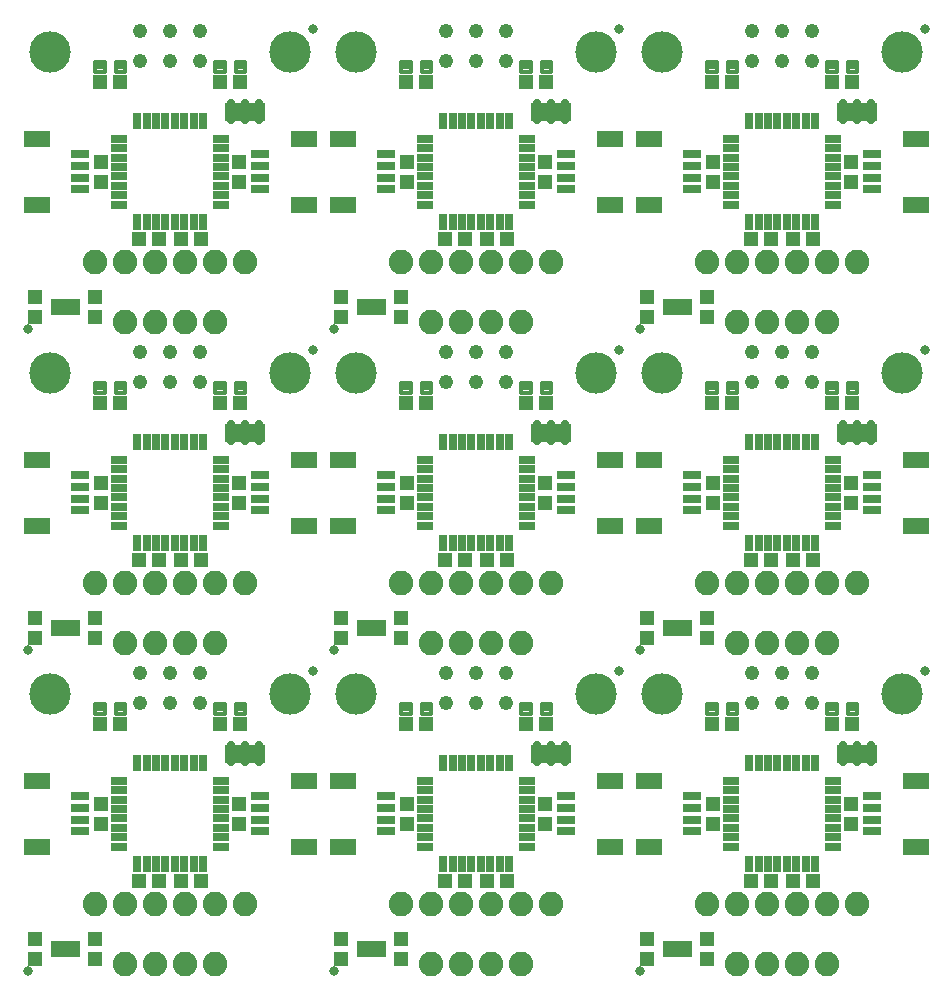
<source format=gts>
G75*
%MOIN*%
%OFA0B0*%
%FSLAX25Y25*%
%IPPOS*%
%LPD*%
%AMOC8*
5,1,8,0,0,1.08239X$1,22.5*
%
%ADD10R,0.05131X0.04737*%
%ADD11R,0.04737X0.05131*%
%ADD12C,0.01421*%
%ADD13C,0.02572*%
%ADD14R,0.13760X0.06040*%
%ADD15C,0.03300*%
%ADD16C,0.08200*%
%ADD17R,0.08674X0.05524*%
%ADD18R,0.06115X0.03162*%
%ADD19R,0.03300X0.05800*%
%ADD20C,0.13800*%
%ADD21C,0.04808*%
%ADD22R,0.05800X0.03000*%
%ADD23R,0.03000X0.05800*%
D10*
X0066154Y0059000D03*
X0072846Y0059000D03*
X0080154Y0059000D03*
X0086846Y0059000D03*
X0093154Y0111500D03*
X0099846Y0111500D03*
X0059846Y0111500D03*
X0053154Y0111500D03*
X0066154Y0166000D03*
X0072846Y0166000D03*
X0080154Y0166000D03*
X0086846Y0166000D03*
X0093154Y0218500D03*
X0099846Y0218500D03*
X0059846Y0218500D03*
X0053154Y0218500D03*
X0066154Y0273000D03*
X0072846Y0273000D03*
X0080154Y0273000D03*
X0086846Y0273000D03*
X0093154Y0325500D03*
X0099846Y0325500D03*
X0059846Y0325500D03*
X0053154Y0325500D03*
X0155154Y0325500D03*
X0161846Y0325500D03*
X0195154Y0325500D03*
X0201846Y0325500D03*
X0257154Y0325500D03*
X0263846Y0325500D03*
X0297154Y0325500D03*
X0303846Y0325500D03*
X0290846Y0273000D03*
X0284154Y0273000D03*
X0276846Y0273000D03*
X0270154Y0273000D03*
X0263846Y0218500D03*
X0257154Y0218500D03*
X0297154Y0218500D03*
X0303846Y0218500D03*
X0290846Y0166000D03*
X0284154Y0166000D03*
X0276846Y0166000D03*
X0270154Y0166000D03*
X0263846Y0111500D03*
X0257154Y0111500D03*
X0297154Y0111500D03*
X0303846Y0111500D03*
X0290846Y0059000D03*
X0284154Y0059000D03*
X0276846Y0059000D03*
X0270154Y0059000D03*
X0201846Y0111500D03*
X0195154Y0111500D03*
X0161846Y0111500D03*
X0155154Y0111500D03*
X0168154Y0059000D03*
X0174846Y0059000D03*
X0182154Y0059000D03*
X0188846Y0059000D03*
X0188846Y0166000D03*
X0182154Y0166000D03*
X0174846Y0166000D03*
X0168154Y0166000D03*
X0161846Y0218500D03*
X0155154Y0218500D03*
X0195154Y0218500D03*
X0201846Y0218500D03*
X0188846Y0273000D03*
X0182154Y0273000D03*
X0174846Y0273000D03*
X0168154Y0273000D03*
D11*
X0155500Y0292154D03*
X0155500Y0298846D03*
X0201500Y0298846D03*
X0201500Y0292154D03*
X0235500Y0253846D03*
X0235500Y0247154D03*
X0255500Y0247154D03*
X0255500Y0253846D03*
X0257500Y0292154D03*
X0257500Y0298846D03*
X0303500Y0298846D03*
X0303500Y0292154D03*
X0303500Y0191846D03*
X0303500Y0185154D03*
X0257500Y0185154D03*
X0257500Y0191846D03*
X0255500Y0146846D03*
X0255500Y0140154D03*
X0235500Y0140154D03*
X0235500Y0146846D03*
X0201500Y0185154D03*
X0201500Y0191846D03*
X0155500Y0191846D03*
X0155500Y0185154D03*
X0153500Y0146846D03*
X0153500Y0140154D03*
X0133500Y0140154D03*
X0133500Y0146846D03*
X0099500Y0185154D03*
X0099500Y0191846D03*
X0053500Y0191846D03*
X0053500Y0185154D03*
X0051500Y0146846D03*
X0051500Y0140154D03*
X0031500Y0140154D03*
X0031500Y0146846D03*
X0053500Y0084846D03*
X0053500Y0078154D03*
X0051500Y0039846D03*
X0051500Y0033154D03*
X0031500Y0033154D03*
X0031500Y0039846D03*
X0099500Y0078154D03*
X0099500Y0084846D03*
X0133500Y0039846D03*
X0133500Y0033154D03*
X0153500Y0033154D03*
X0153500Y0039846D03*
X0155500Y0078154D03*
X0155500Y0084846D03*
X0201500Y0084846D03*
X0201500Y0078154D03*
X0235500Y0039846D03*
X0235500Y0033154D03*
X0255500Y0033154D03*
X0255500Y0039846D03*
X0257500Y0078154D03*
X0257500Y0084846D03*
X0303500Y0084846D03*
X0303500Y0078154D03*
X0153500Y0247154D03*
X0153500Y0253846D03*
X0133500Y0253846D03*
X0133500Y0247154D03*
X0099500Y0292154D03*
X0099500Y0298846D03*
X0053500Y0298846D03*
X0053500Y0292154D03*
X0051500Y0253846D03*
X0051500Y0247154D03*
X0031500Y0247154D03*
X0031500Y0253846D03*
D12*
X0051389Y0225158D02*
X0051389Y0221842D01*
X0051389Y0225158D02*
X0054705Y0225158D01*
X0054705Y0221842D01*
X0051389Y0221842D01*
X0051389Y0223262D02*
X0054705Y0223262D01*
X0054705Y0224682D02*
X0051389Y0224682D01*
X0058295Y0225158D02*
X0058295Y0221842D01*
X0058295Y0225158D02*
X0061611Y0225158D01*
X0061611Y0221842D01*
X0058295Y0221842D01*
X0058295Y0223262D02*
X0061611Y0223262D01*
X0061611Y0224682D02*
X0058295Y0224682D01*
X0094705Y0225158D02*
X0094705Y0221842D01*
X0091389Y0221842D01*
X0091389Y0225158D01*
X0094705Y0225158D01*
X0094705Y0223262D02*
X0091389Y0223262D01*
X0091389Y0224682D02*
X0094705Y0224682D01*
X0101611Y0225158D02*
X0101611Y0221842D01*
X0098295Y0221842D01*
X0098295Y0225158D01*
X0101611Y0225158D01*
X0101611Y0223262D02*
X0098295Y0223262D01*
X0098295Y0224682D02*
X0101611Y0224682D01*
X0153389Y0225158D02*
X0153389Y0221842D01*
X0153389Y0225158D02*
X0156705Y0225158D01*
X0156705Y0221842D01*
X0153389Y0221842D01*
X0153389Y0223262D02*
X0156705Y0223262D01*
X0156705Y0224682D02*
X0153389Y0224682D01*
X0160295Y0225158D02*
X0160295Y0221842D01*
X0160295Y0225158D02*
X0163611Y0225158D01*
X0163611Y0221842D01*
X0160295Y0221842D01*
X0160295Y0223262D02*
X0163611Y0223262D01*
X0163611Y0224682D02*
X0160295Y0224682D01*
X0196705Y0225158D02*
X0196705Y0221842D01*
X0193389Y0221842D01*
X0193389Y0225158D01*
X0196705Y0225158D01*
X0196705Y0223262D02*
X0193389Y0223262D01*
X0193389Y0224682D02*
X0196705Y0224682D01*
X0203611Y0225158D02*
X0203611Y0221842D01*
X0200295Y0221842D01*
X0200295Y0225158D01*
X0203611Y0225158D01*
X0203611Y0223262D02*
X0200295Y0223262D01*
X0200295Y0224682D02*
X0203611Y0224682D01*
X0255389Y0225158D02*
X0255389Y0221842D01*
X0255389Y0225158D02*
X0258705Y0225158D01*
X0258705Y0221842D01*
X0255389Y0221842D01*
X0255389Y0223262D02*
X0258705Y0223262D01*
X0258705Y0224682D02*
X0255389Y0224682D01*
X0262295Y0225158D02*
X0262295Y0221842D01*
X0262295Y0225158D02*
X0265611Y0225158D01*
X0265611Y0221842D01*
X0262295Y0221842D01*
X0262295Y0223262D02*
X0265611Y0223262D01*
X0265611Y0224682D02*
X0262295Y0224682D01*
X0298705Y0225158D02*
X0298705Y0221842D01*
X0295389Y0221842D01*
X0295389Y0225158D01*
X0298705Y0225158D01*
X0298705Y0223262D02*
X0295389Y0223262D01*
X0295389Y0224682D02*
X0298705Y0224682D01*
X0305611Y0225158D02*
X0305611Y0221842D01*
X0302295Y0221842D01*
X0302295Y0225158D01*
X0305611Y0225158D01*
X0305611Y0223262D02*
X0302295Y0223262D01*
X0302295Y0224682D02*
X0305611Y0224682D01*
X0305611Y0328842D02*
X0305611Y0332158D01*
X0305611Y0328842D02*
X0302295Y0328842D01*
X0302295Y0332158D01*
X0305611Y0332158D01*
X0305611Y0330262D02*
X0302295Y0330262D01*
X0302295Y0331682D02*
X0305611Y0331682D01*
X0298705Y0332158D02*
X0298705Y0328842D01*
X0295389Y0328842D01*
X0295389Y0332158D01*
X0298705Y0332158D01*
X0298705Y0330262D02*
X0295389Y0330262D01*
X0295389Y0331682D02*
X0298705Y0331682D01*
X0262295Y0332158D02*
X0262295Y0328842D01*
X0262295Y0332158D02*
X0265611Y0332158D01*
X0265611Y0328842D01*
X0262295Y0328842D01*
X0262295Y0330262D02*
X0265611Y0330262D01*
X0265611Y0331682D02*
X0262295Y0331682D01*
X0255389Y0332158D02*
X0255389Y0328842D01*
X0255389Y0332158D02*
X0258705Y0332158D01*
X0258705Y0328842D01*
X0255389Y0328842D01*
X0255389Y0330262D02*
X0258705Y0330262D01*
X0258705Y0331682D02*
X0255389Y0331682D01*
X0203611Y0332158D02*
X0203611Y0328842D01*
X0200295Y0328842D01*
X0200295Y0332158D01*
X0203611Y0332158D01*
X0203611Y0330262D02*
X0200295Y0330262D01*
X0200295Y0331682D02*
X0203611Y0331682D01*
X0196705Y0332158D02*
X0196705Y0328842D01*
X0193389Y0328842D01*
X0193389Y0332158D01*
X0196705Y0332158D01*
X0196705Y0330262D02*
X0193389Y0330262D01*
X0193389Y0331682D02*
X0196705Y0331682D01*
X0160295Y0332158D02*
X0160295Y0328842D01*
X0160295Y0332158D02*
X0163611Y0332158D01*
X0163611Y0328842D01*
X0160295Y0328842D01*
X0160295Y0330262D02*
X0163611Y0330262D01*
X0163611Y0331682D02*
X0160295Y0331682D01*
X0153389Y0332158D02*
X0153389Y0328842D01*
X0153389Y0332158D02*
X0156705Y0332158D01*
X0156705Y0328842D01*
X0153389Y0328842D01*
X0153389Y0330262D02*
X0156705Y0330262D01*
X0156705Y0331682D02*
X0153389Y0331682D01*
X0101611Y0332158D02*
X0101611Y0328842D01*
X0098295Y0328842D01*
X0098295Y0332158D01*
X0101611Y0332158D01*
X0101611Y0330262D02*
X0098295Y0330262D01*
X0098295Y0331682D02*
X0101611Y0331682D01*
X0094705Y0332158D02*
X0094705Y0328842D01*
X0091389Y0328842D01*
X0091389Y0332158D01*
X0094705Y0332158D01*
X0094705Y0330262D02*
X0091389Y0330262D01*
X0091389Y0331682D02*
X0094705Y0331682D01*
X0058295Y0332158D02*
X0058295Y0328842D01*
X0058295Y0332158D02*
X0061611Y0332158D01*
X0061611Y0328842D01*
X0058295Y0328842D01*
X0058295Y0330262D02*
X0061611Y0330262D01*
X0061611Y0331682D02*
X0058295Y0331682D01*
X0051389Y0332158D02*
X0051389Y0328842D01*
X0051389Y0332158D02*
X0054705Y0332158D01*
X0054705Y0328842D01*
X0051389Y0328842D01*
X0051389Y0330262D02*
X0054705Y0330262D01*
X0054705Y0331682D02*
X0051389Y0331682D01*
X0051389Y0118158D02*
X0051389Y0114842D01*
X0051389Y0118158D02*
X0054705Y0118158D01*
X0054705Y0114842D01*
X0051389Y0114842D01*
X0051389Y0116262D02*
X0054705Y0116262D01*
X0054705Y0117682D02*
X0051389Y0117682D01*
X0058295Y0118158D02*
X0058295Y0114842D01*
X0058295Y0118158D02*
X0061611Y0118158D01*
X0061611Y0114842D01*
X0058295Y0114842D01*
X0058295Y0116262D02*
X0061611Y0116262D01*
X0061611Y0117682D02*
X0058295Y0117682D01*
X0094705Y0118158D02*
X0094705Y0114842D01*
X0091389Y0114842D01*
X0091389Y0118158D01*
X0094705Y0118158D01*
X0094705Y0116262D02*
X0091389Y0116262D01*
X0091389Y0117682D02*
X0094705Y0117682D01*
X0101611Y0118158D02*
X0101611Y0114842D01*
X0098295Y0114842D01*
X0098295Y0118158D01*
X0101611Y0118158D01*
X0101611Y0116262D02*
X0098295Y0116262D01*
X0098295Y0117682D02*
X0101611Y0117682D01*
X0153389Y0118158D02*
X0153389Y0114842D01*
X0153389Y0118158D02*
X0156705Y0118158D01*
X0156705Y0114842D01*
X0153389Y0114842D01*
X0153389Y0116262D02*
X0156705Y0116262D01*
X0156705Y0117682D02*
X0153389Y0117682D01*
X0160295Y0118158D02*
X0160295Y0114842D01*
X0160295Y0118158D02*
X0163611Y0118158D01*
X0163611Y0114842D01*
X0160295Y0114842D01*
X0160295Y0116262D02*
X0163611Y0116262D01*
X0163611Y0117682D02*
X0160295Y0117682D01*
X0196705Y0118158D02*
X0196705Y0114842D01*
X0193389Y0114842D01*
X0193389Y0118158D01*
X0196705Y0118158D01*
X0196705Y0116262D02*
X0193389Y0116262D01*
X0193389Y0117682D02*
X0196705Y0117682D01*
X0203611Y0118158D02*
X0203611Y0114842D01*
X0200295Y0114842D01*
X0200295Y0118158D01*
X0203611Y0118158D01*
X0203611Y0116262D02*
X0200295Y0116262D01*
X0200295Y0117682D02*
X0203611Y0117682D01*
X0255389Y0118158D02*
X0255389Y0114842D01*
X0255389Y0118158D02*
X0258705Y0118158D01*
X0258705Y0114842D01*
X0255389Y0114842D01*
X0255389Y0116262D02*
X0258705Y0116262D01*
X0258705Y0117682D02*
X0255389Y0117682D01*
X0262295Y0118158D02*
X0262295Y0114842D01*
X0262295Y0118158D02*
X0265611Y0118158D01*
X0265611Y0114842D01*
X0262295Y0114842D01*
X0262295Y0116262D02*
X0265611Y0116262D01*
X0265611Y0117682D02*
X0262295Y0117682D01*
X0298705Y0118158D02*
X0298705Y0114842D01*
X0295389Y0114842D01*
X0295389Y0118158D01*
X0298705Y0118158D01*
X0298705Y0116262D02*
X0295389Y0116262D01*
X0295389Y0117682D02*
X0298705Y0117682D01*
X0305611Y0118158D02*
X0305611Y0114842D01*
X0302295Y0114842D01*
X0302295Y0118158D01*
X0305611Y0118158D01*
X0305611Y0116262D02*
X0302295Y0116262D01*
X0302295Y0117682D02*
X0305611Y0117682D01*
D13*
X0305500Y0104364D02*
X0305500Y0098636D01*
X0300776Y0098636D02*
X0300776Y0104364D01*
X0310224Y0104364D02*
X0310224Y0098636D01*
X0208224Y0098636D02*
X0208224Y0104364D01*
X0203500Y0104364D02*
X0203500Y0098636D01*
X0198776Y0098636D02*
X0198776Y0104364D01*
X0106224Y0104364D02*
X0106224Y0098636D01*
X0101500Y0098636D02*
X0101500Y0104364D01*
X0096776Y0104364D02*
X0096776Y0098636D01*
X0096776Y0205636D02*
X0096776Y0211364D01*
X0101500Y0211364D02*
X0101500Y0205636D01*
X0106224Y0205636D02*
X0106224Y0211364D01*
X0198776Y0211364D02*
X0198776Y0205636D01*
X0203500Y0205636D02*
X0203500Y0211364D01*
X0208224Y0211364D02*
X0208224Y0205636D01*
X0300776Y0205636D02*
X0300776Y0211364D01*
X0305500Y0211364D02*
X0305500Y0205636D01*
X0310224Y0205636D02*
X0310224Y0211364D01*
X0310224Y0312636D02*
X0310224Y0318364D01*
X0305500Y0318364D02*
X0305500Y0312636D01*
X0300776Y0312636D02*
X0300776Y0318364D01*
X0208224Y0318364D02*
X0208224Y0312636D01*
X0203500Y0312636D02*
X0203500Y0318364D01*
X0198776Y0318364D02*
X0198776Y0312636D01*
X0106224Y0312636D02*
X0106224Y0318364D01*
X0101500Y0318364D02*
X0101500Y0312636D01*
X0096776Y0312636D02*
X0096776Y0318364D01*
D14*
X0101490Y0315490D03*
X0203490Y0315490D03*
X0305490Y0315490D03*
X0305490Y0208490D03*
X0203490Y0208490D03*
X0101490Y0208490D03*
X0101490Y0101490D03*
X0203490Y0101490D03*
X0305490Y0101490D03*
D15*
X0029000Y0029000D03*
X0131000Y0029000D03*
X0233000Y0029000D03*
X0226000Y0129000D03*
X0233000Y0136000D03*
X0328000Y0129000D03*
X0328000Y0236000D03*
X0233000Y0243000D03*
X0226000Y0236000D03*
X0131000Y0243000D03*
X0124000Y0236000D03*
X0029000Y0243000D03*
X0124000Y0343000D03*
X0226000Y0343000D03*
X0328000Y0343000D03*
X0131000Y0136000D03*
X0124000Y0129000D03*
X0029000Y0136000D03*
D16*
X0051500Y0158500D03*
X0061500Y0158500D03*
X0071500Y0158500D03*
X0081500Y0158500D03*
X0091500Y0158500D03*
X0101500Y0158500D03*
X0091500Y0138500D03*
X0081500Y0138500D03*
X0071500Y0138500D03*
X0061500Y0138500D03*
X0061500Y0051500D03*
X0071500Y0051500D03*
X0081500Y0051500D03*
X0091500Y0051500D03*
X0101500Y0051500D03*
X0091500Y0031500D03*
X0081500Y0031500D03*
X0071500Y0031500D03*
X0061500Y0031500D03*
X0051500Y0051500D03*
X0153500Y0051500D03*
X0163500Y0051500D03*
X0173500Y0051500D03*
X0183500Y0051500D03*
X0193500Y0051500D03*
X0203500Y0051500D03*
X0193500Y0031500D03*
X0183500Y0031500D03*
X0173500Y0031500D03*
X0163500Y0031500D03*
X0255500Y0051500D03*
X0265500Y0051500D03*
X0275500Y0051500D03*
X0285500Y0051500D03*
X0295500Y0051500D03*
X0305500Y0051500D03*
X0295500Y0031500D03*
X0285500Y0031500D03*
X0275500Y0031500D03*
X0265500Y0031500D03*
X0265500Y0138500D03*
X0275500Y0138500D03*
X0285500Y0138500D03*
X0295500Y0138500D03*
X0295500Y0158500D03*
X0305500Y0158500D03*
X0285500Y0158500D03*
X0275500Y0158500D03*
X0265500Y0158500D03*
X0255500Y0158500D03*
X0203500Y0158500D03*
X0193500Y0158500D03*
X0183500Y0158500D03*
X0173500Y0158500D03*
X0163500Y0158500D03*
X0153500Y0158500D03*
X0163500Y0138500D03*
X0173500Y0138500D03*
X0183500Y0138500D03*
X0193500Y0138500D03*
X0193500Y0245500D03*
X0183500Y0245500D03*
X0173500Y0245500D03*
X0163500Y0245500D03*
X0163500Y0265500D03*
X0173500Y0265500D03*
X0183500Y0265500D03*
X0193500Y0265500D03*
X0203500Y0265500D03*
X0153500Y0265500D03*
X0101500Y0265500D03*
X0091500Y0265500D03*
X0081500Y0265500D03*
X0071500Y0265500D03*
X0061500Y0265500D03*
X0051500Y0265500D03*
X0061500Y0245500D03*
X0071500Y0245500D03*
X0081500Y0245500D03*
X0091500Y0245500D03*
X0255500Y0265500D03*
X0265500Y0265500D03*
X0275500Y0265500D03*
X0285500Y0265500D03*
X0295500Y0265500D03*
X0305500Y0265500D03*
X0295500Y0245500D03*
X0285500Y0245500D03*
X0275500Y0245500D03*
X0265500Y0245500D03*
D17*
X0236031Y0284476D03*
X0222969Y0284476D03*
X0222969Y0306524D03*
X0236031Y0306524D03*
X0324969Y0306524D03*
X0324969Y0284476D03*
X0324969Y0199524D03*
X0324969Y0177476D03*
X0324969Y0092524D03*
X0324969Y0070476D03*
X0236031Y0070476D03*
X0222969Y0070476D03*
X0222969Y0092524D03*
X0236031Y0092524D03*
X0236031Y0177476D03*
X0222969Y0177476D03*
X0222969Y0199524D03*
X0236031Y0199524D03*
X0134031Y0199524D03*
X0120969Y0199524D03*
X0120969Y0177476D03*
X0134031Y0177476D03*
X0134031Y0092524D03*
X0120969Y0092524D03*
X0120969Y0070476D03*
X0134031Y0070476D03*
X0032031Y0070476D03*
X0032031Y0092524D03*
X0032031Y0177476D03*
X0032031Y0199524D03*
X0032031Y0284476D03*
X0032031Y0306524D03*
X0120969Y0306524D03*
X0134031Y0306524D03*
X0134031Y0284476D03*
X0120969Y0284476D03*
D18*
X0106500Y0289594D03*
X0106500Y0293531D03*
X0106500Y0297469D03*
X0106500Y0301406D03*
X0148500Y0301406D03*
X0148500Y0297469D03*
X0148500Y0293531D03*
X0148500Y0289594D03*
X0208500Y0289594D03*
X0208500Y0293531D03*
X0208500Y0297469D03*
X0208500Y0301406D03*
X0250500Y0301406D03*
X0250500Y0297469D03*
X0250500Y0293531D03*
X0250500Y0289594D03*
X0310500Y0289594D03*
X0310500Y0293531D03*
X0310500Y0297469D03*
X0310500Y0301406D03*
X0310500Y0194406D03*
X0310500Y0190469D03*
X0310500Y0186531D03*
X0310500Y0182594D03*
X0250500Y0182594D03*
X0250500Y0186531D03*
X0250500Y0190469D03*
X0250500Y0194406D03*
X0208500Y0194406D03*
X0208500Y0190469D03*
X0208500Y0186531D03*
X0208500Y0182594D03*
X0148500Y0182594D03*
X0148500Y0186531D03*
X0148500Y0190469D03*
X0148500Y0194406D03*
X0106500Y0194406D03*
X0106500Y0190469D03*
X0106500Y0186531D03*
X0106500Y0182594D03*
X0046500Y0182594D03*
X0046500Y0186531D03*
X0046500Y0190469D03*
X0046500Y0194406D03*
X0046500Y0289594D03*
X0046500Y0293531D03*
X0046500Y0297469D03*
X0046500Y0301406D03*
X0046500Y0087406D03*
X0046500Y0083469D03*
X0046500Y0079531D03*
X0046500Y0075594D03*
X0106500Y0075594D03*
X0106500Y0079531D03*
X0106500Y0083469D03*
X0106500Y0087406D03*
X0148500Y0087406D03*
X0148500Y0083469D03*
X0148500Y0079531D03*
X0148500Y0075594D03*
X0208500Y0075594D03*
X0208500Y0079531D03*
X0208500Y0083469D03*
X0208500Y0087406D03*
X0250500Y0087406D03*
X0250500Y0083469D03*
X0250500Y0079531D03*
X0250500Y0075594D03*
X0310500Y0075594D03*
X0310500Y0079531D03*
X0310500Y0083469D03*
X0310500Y0087406D03*
D19*
X0248700Y0036500D03*
X0245500Y0036500D03*
X0242300Y0036500D03*
X0146700Y0036500D03*
X0143500Y0036500D03*
X0140300Y0036500D03*
X0044700Y0036500D03*
X0041500Y0036500D03*
X0038300Y0036500D03*
X0038300Y0143500D03*
X0041500Y0143500D03*
X0044700Y0143500D03*
X0140300Y0143500D03*
X0143500Y0143500D03*
X0146700Y0143500D03*
X0242300Y0143500D03*
X0245500Y0143500D03*
X0248700Y0143500D03*
X0248700Y0250500D03*
X0245500Y0250500D03*
X0242300Y0250500D03*
X0146700Y0250500D03*
X0143500Y0250500D03*
X0140300Y0250500D03*
X0044700Y0250500D03*
X0041500Y0250500D03*
X0038300Y0250500D03*
D20*
X0036500Y0228500D03*
X0116500Y0228500D03*
X0138500Y0228500D03*
X0218500Y0228500D03*
X0240500Y0228500D03*
X0320500Y0228500D03*
X0320500Y0335500D03*
X0240500Y0335500D03*
X0218500Y0335500D03*
X0138500Y0335500D03*
X0116500Y0335500D03*
X0036500Y0335500D03*
X0036500Y0121500D03*
X0116500Y0121500D03*
X0138500Y0121500D03*
X0218500Y0121500D03*
X0240500Y0121500D03*
X0320500Y0121500D03*
D21*
X0290500Y0118500D03*
X0290500Y0128500D03*
X0280500Y0128500D03*
X0270500Y0128500D03*
X0270500Y0118500D03*
X0280500Y0118500D03*
X0188500Y0118500D03*
X0188500Y0128500D03*
X0178500Y0128500D03*
X0168500Y0128500D03*
X0168500Y0118500D03*
X0178500Y0118500D03*
X0086500Y0118500D03*
X0086500Y0128500D03*
X0076500Y0128500D03*
X0066500Y0128500D03*
X0066500Y0118500D03*
X0076500Y0118500D03*
X0076500Y0225500D03*
X0076500Y0235500D03*
X0066500Y0235500D03*
X0066500Y0225500D03*
X0086500Y0225500D03*
X0086500Y0235500D03*
X0168500Y0235500D03*
X0168500Y0225500D03*
X0178500Y0225500D03*
X0178500Y0235500D03*
X0188500Y0235500D03*
X0188500Y0225500D03*
X0270500Y0225500D03*
X0270500Y0235500D03*
X0280500Y0235500D03*
X0280500Y0225500D03*
X0290500Y0225500D03*
X0290500Y0235500D03*
X0290500Y0332500D03*
X0290500Y0342500D03*
X0280500Y0342500D03*
X0280500Y0332500D03*
X0270500Y0332500D03*
X0270500Y0342500D03*
X0188500Y0342500D03*
X0188500Y0332500D03*
X0178500Y0332500D03*
X0178500Y0342500D03*
X0168500Y0342500D03*
X0168500Y0332500D03*
X0086500Y0332500D03*
X0086500Y0342500D03*
X0076500Y0342500D03*
X0076500Y0332500D03*
X0066500Y0332500D03*
X0066500Y0342500D03*
D22*
X0059600Y0306524D03*
X0059600Y0303374D03*
X0059600Y0300224D03*
X0059600Y0297075D03*
X0059600Y0293925D03*
X0059600Y0290776D03*
X0059600Y0287626D03*
X0059600Y0284476D03*
X0093400Y0284476D03*
X0093400Y0287626D03*
X0093400Y0290776D03*
X0093400Y0293925D03*
X0093400Y0297075D03*
X0093400Y0300224D03*
X0093400Y0303374D03*
X0093400Y0306524D03*
X0161600Y0306524D03*
X0161600Y0303374D03*
X0161600Y0300224D03*
X0161600Y0297075D03*
X0161600Y0293925D03*
X0161600Y0290776D03*
X0161600Y0287626D03*
X0161600Y0284476D03*
X0195400Y0284476D03*
X0195400Y0287626D03*
X0195400Y0290776D03*
X0195400Y0293925D03*
X0195400Y0297075D03*
X0195400Y0300224D03*
X0195400Y0303374D03*
X0195400Y0306524D03*
X0263600Y0306524D03*
X0263600Y0303374D03*
X0263600Y0300224D03*
X0263600Y0297075D03*
X0263600Y0293925D03*
X0263600Y0290776D03*
X0263600Y0287626D03*
X0263600Y0284476D03*
X0297400Y0284476D03*
X0297400Y0287626D03*
X0297400Y0290776D03*
X0297400Y0293925D03*
X0297400Y0297075D03*
X0297400Y0300224D03*
X0297400Y0303374D03*
X0297400Y0306524D03*
X0297400Y0199524D03*
X0297400Y0196374D03*
X0297400Y0193224D03*
X0297400Y0190075D03*
X0297400Y0186925D03*
X0297400Y0183776D03*
X0297400Y0180626D03*
X0297400Y0177476D03*
X0263600Y0177476D03*
X0263600Y0180626D03*
X0263600Y0183776D03*
X0263600Y0186925D03*
X0263600Y0190075D03*
X0263600Y0193224D03*
X0263600Y0196374D03*
X0263600Y0199524D03*
X0195400Y0199524D03*
X0195400Y0196374D03*
X0195400Y0193224D03*
X0195400Y0190075D03*
X0195400Y0186925D03*
X0195400Y0183776D03*
X0195400Y0180626D03*
X0195400Y0177476D03*
X0161600Y0177476D03*
X0161600Y0180626D03*
X0161600Y0183776D03*
X0161600Y0186925D03*
X0161600Y0190075D03*
X0161600Y0193224D03*
X0161600Y0196374D03*
X0161600Y0199524D03*
X0093400Y0199524D03*
X0093400Y0196374D03*
X0093400Y0193224D03*
X0093400Y0190075D03*
X0093400Y0186925D03*
X0093400Y0183776D03*
X0093400Y0180626D03*
X0093400Y0177476D03*
X0059600Y0177476D03*
X0059600Y0180626D03*
X0059600Y0183776D03*
X0059600Y0186925D03*
X0059600Y0190075D03*
X0059600Y0193224D03*
X0059600Y0196374D03*
X0059600Y0199524D03*
X0059600Y0092524D03*
X0059600Y0089374D03*
X0059600Y0086224D03*
X0059600Y0083075D03*
X0059600Y0079925D03*
X0059600Y0076776D03*
X0059600Y0073626D03*
X0059600Y0070476D03*
X0093400Y0070476D03*
X0093400Y0073626D03*
X0093400Y0076776D03*
X0093400Y0079925D03*
X0093400Y0083075D03*
X0093400Y0086224D03*
X0093400Y0089374D03*
X0093400Y0092524D03*
X0161600Y0092524D03*
X0161600Y0089374D03*
X0161600Y0086224D03*
X0161600Y0083075D03*
X0161600Y0079925D03*
X0161600Y0076776D03*
X0161600Y0073626D03*
X0161600Y0070476D03*
X0195400Y0070476D03*
X0195400Y0073626D03*
X0195400Y0076776D03*
X0195400Y0079925D03*
X0195400Y0083075D03*
X0195400Y0086224D03*
X0195400Y0089374D03*
X0195400Y0092524D03*
X0263600Y0092524D03*
X0263600Y0089374D03*
X0263600Y0086224D03*
X0263600Y0083075D03*
X0263600Y0079925D03*
X0263600Y0076776D03*
X0263600Y0073626D03*
X0263600Y0070476D03*
X0297400Y0070476D03*
X0297400Y0073626D03*
X0297400Y0076776D03*
X0297400Y0079925D03*
X0297400Y0083075D03*
X0297400Y0086224D03*
X0297400Y0089374D03*
X0297400Y0092524D03*
D23*
X0291524Y0098400D03*
X0288374Y0098400D03*
X0285224Y0098400D03*
X0282075Y0098400D03*
X0278925Y0098400D03*
X0275776Y0098400D03*
X0272626Y0098400D03*
X0269476Y0098400D03*
X0269476Y0064600D03*
X0272626Y0064600D03*
X0275776Y0064600D03*
X0278925Y0064600D03*
X0282075Y0064600D03*
X0285224Y0064600D03*
X0288374Y0064600D03*
X0291524Y0064600D03*
X0189524Y0064600D03*
X0186374Y0064600D03*
X0183224Y0064600D03*
X0180075Y0064600D03*
X0176925Y0064600D03*
X0173776Y0064600D03*
X0170626Y0064600D03*
X0167476Y0064600D03*
X0167476Y0098400D03*
X0170626Y0098400D03*
X0173776Y0098400D03*
X0176925Y0098400D03*
X0180075Y0098400D03*
X0183224Y0098400D03*
X0186374Y0098400D03*
X0189524Y0098400D03*
X0189524Y0171600D03*
X0186374Y0171600D03*
X0183224Y0171600D03*
X0180075Y0171600D03*
X0176925Y0171600D03*
X0173776Y0171600D03*
X0170626Y0171600D03*
X0167476Y0171600D03*
X0167476Y0205400D03*
X0170626Y0205400D03*
X0173776Y0205400D03*
X0176925Y0205400D03*
X0180075Y0205400D03*
X0183224Y0205400D03*
X0186374Y0205400D03*
X0189524Y0205400D03*
X0189524Y0278600D03*
X0186374Y0278600D03*
X0183224Y0278600D03*
X0180075Y0278600D03*
X0176925Y0278600D03*
X0173776Y0278600D03*
X0170626Y0278600D03*
X0167476Y0278600D03*
X0167476Y0312400D03*
X0170626Y0312400D03*
X0173776Y0312400D03*
X0176925Y0312400D03*
X0180075Y0312400D03*
X0183224Y0312400D03*
X0186374Y0312400D03*
X0189524Y0312400D03*
X0269476Y0312400D03*
X0272626Y0312400D03*
X0275776Y0312400D03*
X0278925Y0312400D03*
X0282075Y0312400D03*
X0285224Y0312400D03*
X0288374Y0312400D03*
X0291524Y0312400D03*
X0291524Y0278600D03*
X0288374Y0278600D03*
X0285224Y0278600D03*
X0282075Y0278600D03*
X0278925Y0278600D03*
X0275776Y0278600D03*
X0272626Y0278600D03*
X0269476Y0278600D03*
X0269476Y0205400D03*
X0272626Y0205400D03*
X0275776Y0205400D03*
X0278925Y0205400D03*
X0282075Y0205400D03*
X0285224Y0205400D03*
X0288374Y0205400D03*
X0291524Y0205400D03*
X0291524Y0171600D03*
X0288374Y0171600D03*
X0285224Y0171600D03*
X0282075Y0171600D03*
X0278925Y0171600D03*
X0275776Y0171600D03*
X0272626Y0171600D03*
X0269476Y0171600D03*
X0087524Y0171600D03*
X0084374Y0171600D03*
X0081224Y0171600D03*
X0078075Y0171600D03*
X0074925Y0171600D03*
X0071776Y0171600D03*
X0068626Y0171600D03*
X0065476Y0171600D03*
X0065476Y0205400D03*
X0068626Y0205400D03*
X0071776Y0205400D03*
X0074925Y0205400D03*
X0078075Y0205400D03*
X0081224Y0205400D03*
X0084374Y0205400D03*
X0087524Y0205400D03*
X0087524Y0278600D03*
X0084374Y0278600D03*
X0081224Y0278600D03*
X0078075Y0278600D03*
X0074925Y0278600D03*
X0071776Y0278600D03*
X0068626Y0278600D03*
X0065476Y0278600D03*
X0065476Y0312400D03*
X0068626Y0312400D03*
X0071776Y0312400D03*
X0074925Y0312400D03*
X0078075Y0312400D03*
X0081224Y0312400D03*
X0084374Y0312400D03*
X0087524Y0312400D03*
X0087524Y0098400D03*
X0084374Y0098400D03*
X0081224Y0098400D03*
X0078075Y0098400D03*
X0074925Y0098400D03*
X0071776Y0098400D03*
X0068626Y0098400D03*
X0065476Y0098400D03*
X0065476Y0064600D03*
X0068626Y0064600D03*
X0071776Y0064600D03*
X0074925Y0064600D03*
X0078075Y0064600D03*
X0081224Y0064600D03*
X0084374Y0064600D03*
X0087524Y0064600D03*
M02*

</source>
